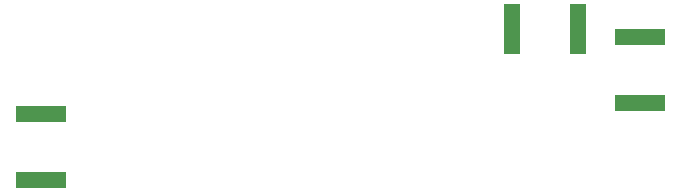
<source format=gbr>
%TF.GenerationSoftware,KiCad,Pcbnew,(6.0.2)*%
%TF.CreationDate,2022-12-27T17:28:47-08:00*%
%TF.ProjectId,qsd_revB,7173645f-7265-4764-922e-6b696361645f,rev?*%
%TF.SameCoordinates,Original*%
%TF.FileFunction,Paste,Bot*%
%TF.FilePolarity,Positive*%
%FSLAX46Y46*%
G04 Gerber Fmt 4.6, Leading zero omitted, Abs format (unit mm)*
G04 Created by KiCad (PCBNEW (6.0.2)) date 2022-12-27 17:28:47*
%MOMM*%
%LPD*%
G01*
G04 APERTURE LIST*
%ADD10R,1.350000X4.200000*%
%ADD11R,4.200000X1.350000*%
G04 APERTURE END LIST*
D10*
%TO.C,J3*%
X156001100Y-91154600D03*
X161651100Y-91154600D03*
%TD*%
D11*
%TO.C,J2*%
X116163600Y-98304600D03*
X116163600Y-103954600D03*
%TD*%
%TO.C,J1*%
X166888600Y-97429600D03*
X166888600Y-91779600D03*
%TD*%
M02*

</source>
